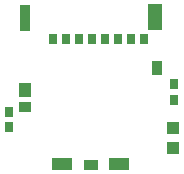
<source format=gtp>
G04 DipTrace 2.4.0.2*
%INSDmicro.gtp*%
%MOMM*%
%ADD15R,1.0X1.1*%
%ADD16R,0.7X0.9*%
%ADD22R,0.7X0.95*%
%ADD23R,0.95X2.17*%
%ADD24R,1.05X1.2*%
%ADD25R,1.7X1.03*%
%ADD26R,1.19X2.3*%
%ADD27R,1.2X0.88*%
%ADD28R,0.88X1.25*%
%ADD29R,1.05X0.9*%
%FSLAX53Y53*%
G04*
G71*
G90*
G75*
G01*
%LNTopPaste*%
%LPD*%
D15*
X27295Y13992D3*
Y12292D3*
D16*
X27305Y16382D3*
Y17682D3*
X13328Y15350D3*
Y14050D3*
D22*
X24780Y21502D3*
X23680D3*
X22580D3*
X21480D3*
X20380D3*
X19280D3*
X18180D3*
X17080D3*
D23*
X14710Y23307D3*
D24*
X14755Y17177D3*
D25*
X17885Y10952D3*
D26*
X25740Y23342D3*
D25*
X22680Y10957D3*
D27*
X20280Y10882D3*
D28*
X25890Y19042D3*
D29*
X14755Y15767D3*
M02*

</source>
